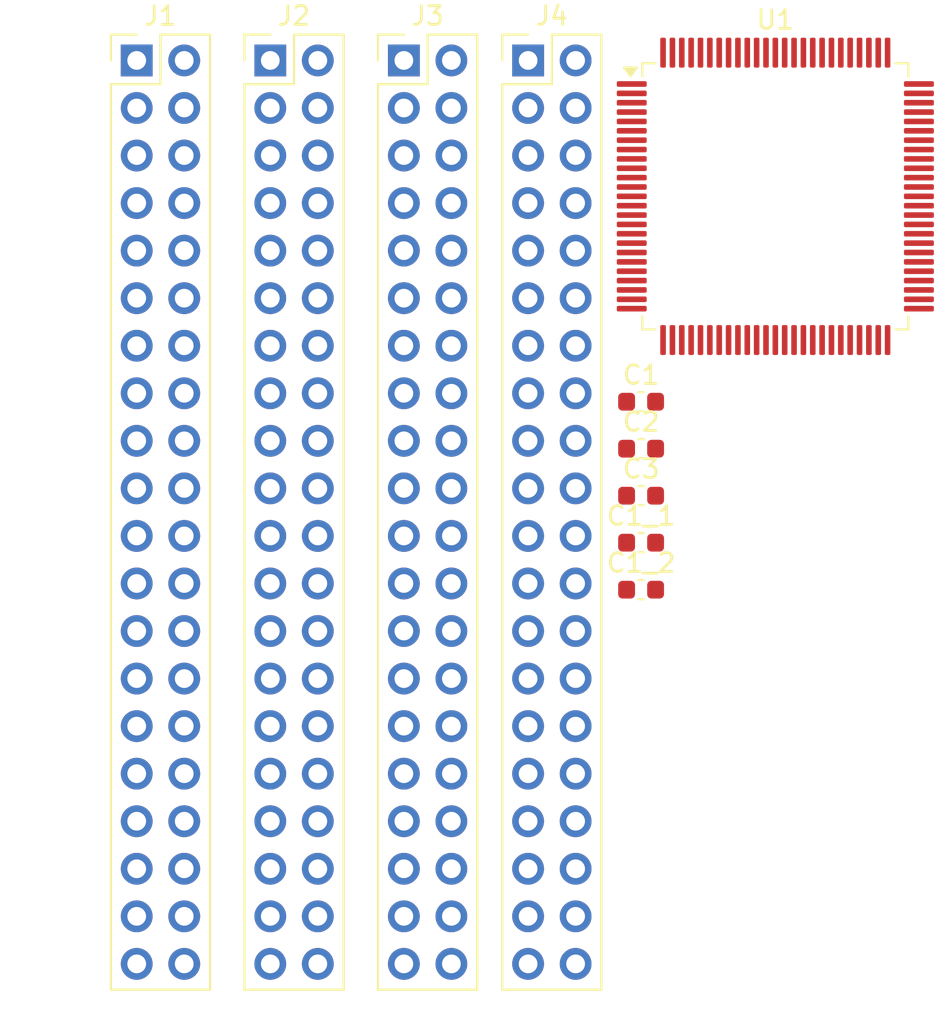
<source format=kicad_pcb>
(kicad_pcb (version 20241229) (generator "pcbnew") (generator_version "9.0")
  (layers (0 "F.Cu" signal) (2 "B.Cu" signal) (13 "F.Paste" user) (15 "B.Paste" user) (5 "F.SilkS" user "F.Silkscreen") (7 "B.SilkS" user "B.Silkscreen") (1 "F.Mask" user) (3 "B.Mask" user) (25 "Edge.Cuts" user))
  (net 0 "")
  (net 174 "Net-(U1-VCC[4]-Pad13)")
  (net 176 "Net-(U1-GND[4]-Pad14)")
  (footprint "Connector_PinHeader_2.54mm:PinHeader_2x20_P2.54mm_Vertical" (layer "F.Cu") (at 138.46 46.24)
    (property "Reference" "J4" (at 1.27 -2.38 0) (layer "F.SilkS"))
    (property "Value" "Conn_02x20_Odd_Even")
    (fp_line (start -1.38 -1.38) (end 0 -1.38) (stroke (width 0.12)) (layer "F.SilkS"))
    (fp_line (start -1.38 0) (end -1.38 -1.38) (stroke (width 0.12)) (layer "F.SilkS"))
    (fp_line (start -1.38 1.27) (end -1.38 49.64) (stroke (width 0.12)) (layer "F.SilkS"))
    (fp_line (start -1.38 1.27) (end 1.27 1.27) (stroke (width 0.12)) (layer "F.SilkS"))
    (fp_line (start -1.38 49.64) (end 3.92 49.64) (stroke (width 0.12)) (layer "F.SilkS"))
    (fp_line (start 1.27 -1.38) (end 3.92 -1.38) (stroke (width 0.12)) (layer "F.SilkS"))
    (fp_line (start 1.27 1.27) (end 1.27 -1.38) (stroke (width 0.12)) (layer "F.SilkS"))
    (fp_line (start 3.92 -1.38) (end 3.92 49.64) (stroke (width 0.12)) (layer "F.SilkS"))
    (pad "1" thru_hole rect (at 0 0) (size 1.7 1.7) (drill 1) (layers "*.Cu" "*.Mask"))
    (pad "2" thru_hole circle (at 2.54 0) (size 1.7 1.7) (drill 1) (layers "*.Cu" "*.Mask"))
    (pad "3" thru_hole circle (at 0 2.54) (size 1.7 1.7) (drill 1) (layers "*.Cu" "*.Mask"))
    (pad "4" thru_hole circle (at 2.54 2.54) (size 1.7 1.7) (drill 1) (layers "*.Cu" "*.Mask"))
    (pad "5" thru_hole circle (at 0 5.08) (size 1.7 1.7) (drill 1) (layers "*.Cu" "*.Mask"))
    (pad "6" thru_hole circle (at 2.54 5.08) (size 1.7 1.7) (drill 1) (layers "*.Cu" "*.Mask"))
    (pad "7" thru_hole circle (at 0 7.62) (size 1.7 1.7) (drill 1) (layers "*.Cu" "*.Mask"))
    (pad "8" thru_hole circle (at 2.54 7.62) (size 1.7 1.7) (drill 1) (layers "*.Cu" "*.Mask"))
    (pad "9" thru_hole circle (at 0 10.16) (size 1.7 1.7) (drill 1) (layers "*.Cu" "*.Mask"))
    (pad "10" thru_hole circle (at 2.54 10.16) (size 1.7 1.7) (drill 1) (layers "*.Cu" "*.Mask"))
    (pad "11" thru_hole circle (at 0 12.7) (size 1.7 1.7) (drill 1) (layers "*.Cu" "*.Mask"))
    (pad "12" thru_hole circle (at 2.54 12.7) (size 1.7 1.7) (drill 1) (layers "*.Cu" "*.Mask"))
    (pad "13" thru_hole circle (at 0 15.24) (size 1.7 1.7) (drill 1) (layers "*.Cu" "*.Mask"))
    (pad "14" thru_hole circle (at 2.54 15.24) (size 1.7 1.7) (drill 1) (layers "*.Cu" "*.Mask"))
    (pad "15" thru_hole circle (at 0 17.78) (size 1.7 1.7) (drill 1) (layers "*.Cu" "*.Mask"))
    (pad "16" thru_hole circle (at 2.54 17.78) (size 1.7 1.7) (drill 1) (layers "*.Cu" "*.Mask"))
    (pad "17" thru_hole circle (at 0 20.32) (size 1.7 1.7) (drill 1) (layers "*.Cu" "*.Mask"))
    (pad "18" thru_hole circle (at 2.54 20.32) (size 1.7 1.7) (drill 1) (layers "*.Cu" "*.Mask"))
    (pad "19" thru_hole circle (at 0 22.86) (size 1.7 1.7) (drill 1) (layers "*.Cu" "*.Mask"))
    (pad "20" thru_hole circle (at 2.54 22.86) (size 1.7 1.7) (drill 1) (layers "*.Cu" "*.Mask"))
    (pad "21" thru_hole circle (at 0 25.4) (size 1.7 1.7) (drill 1) (layers "*.Cu" "*.Mask"))
    (pad "22" thru_hole circle (at 2.54 25.4) (size 1.7 1.7) (drill 1) (layers "*.Cu" "*.Mask"))
    (pad "23" thru_hole circle (at 0 27.94) (size 1.7 1.7) (drill 1) (layers "*.Cu" "*.Mask"))
    (pad "24" thru_hole circle (at 2.54 27.94) (size 1.7 1.7) (drill 1) (layers "*.Cu" "*.Mask"))
    (pad "25" thru_hole circle (at 0 30.48) (size 1.7 1.7) (drill 1) (layers "*.Cu" "*.Mask"))
    (pad "26" thru_hole circle (at 2.54 30.48) (size 1.7 1.7) (drill 1) (layers "*.Cu" "*.Mask"))
    (pad "27" thru_hole circle (at 0 33.02) (size 1.7 1.7) (drill 1) (layers "*.Cu" "*.Mask"))
    (pad "28" thru_hole circle (at 2.54 33.02) (size 1.7 1.7) (drill 1) (layers "*.Cu" "*.Mask"))
    (pad "29" thru_hole circle (at 0 35.56) (size 1.7 1.7) (drill 1) (layers "*.Cu" "*.Mask"))
    (pad "30" thru_hole circle (at 2.54 35.56) (size 1.7 1.7) (drill 1) (layers "*.Cu" "*.Mask"))
    (pad "31" thru_hole circle (at 0 38.1) (size 1.7 1.7) (drill 1) (layers "*.Cu" "*.Mask"))
    (pad "32" thru_hole circle (at 2.54 38.1) (size 1.7 1.7) (drill 1) (layers "*.Cu" "*.Mask"))
    (pad "33" thru_hole circle (at 0 40.64) (size 1.7 1.7) (drill 1) (layers "*.Cu" "*.Mask"))
    (pad "34" thru_hole circle (at 2.54 40.64) (size 1.7 1.7) (drill 1) (layers "*.Cu" "*.Mask"))
    (pad "35" thru_hole circle (at 0 43.18) (size 1.7 1.7) (drill 1) (layers "*.Cu" "*.Mask"))
    (pad "36" thru_hole circle (at 2.54 43.18) (size 1.7 1.7) (drill 1) (layers "*.Cu" "*.Mask"))
    (pad "37" thru_hole circle (at 0 45.72) (size 1.7 1.7) (drill 1) (layers "*.Cu" "*.Mask"))
    (pad "38" thru_hole circle (at 2.54 45.72) (size 1.7 1.7) (drill 1) (layers "*.Cu" "*.Mask"))
    (pad "39" thru_hole circle (at 0 48.26) (size 1.7 1.7) (drill 1) (layers "*.Cu" "*.Mask"))
    (pad "40" thru_hole circle (at 2.54 48.26) (size 1.7 1.7) (drill 1) (layers "*.Cu" "*.Mask"))
  )
  (footprint "Connector_PinHeader_2.54mm:PinHeader_2x20_P2.54mm_Vertical" (layer "F.Cu") (at 117.54 46.24)
    (property "Reference" "J1" (at 1.27 -2.38 0) (layer "F.SilkS"))
    (property "Value" "Conn_02x20_Odd_Even")
    (fp_line (start -1.38 -1.38) (end 0 -1.38) (stroke (width 0.12)) (layer "F.SilkS"))
    (fp_line (start -1.38 0) (end -1.38 -1.38) (stroke (width 0.12)) (layer "F.SilkS"))
    (fp_line (start -1.38 1.27) (end -1.38 49.64) (stroke (width 0.12)) (layer "F.SilkS"))
    (fp_line (start -1.38 1.27) (end 1.27 1.27) (stroke (width 0.12)) (layer "F.SilkS"))
    (fp_line (start -1.38 49.64) (end 3.92 49.64) (stroke (width 0.12)) (layer "F.SilkS"))
    (fp_line (start 1.27 -1.38) (end 3.92 -1.38) (stroke (width 0.12)) (layer "F.SilkS"))
    (fp_line (start 1.27 1.27) (end 1.27 -1.38) (stroke (width 0.12)) (layer "F.SilkS"))
    (fp_line (start 3.92 -1.38) (end 3.92 49.64) (stroke (width 0.12)) (layer "F.SilkS"))
    (pad "1" thru_hole rect (at 0 0) (size 1.7 1.7) (drill 1) (layers "*.Cu" "*.Mask"))
    (pad "2" thru_hole circle (at 2.54 0) (size 1.7 1.7) (drill 1) (layers "*.Cu" "*.Mask"))
    (pad "3" thru_hole circle (at 0 2.54) (size 1.7 1.7) (drill 1) (layers "*.Cu" "*.Mask"))
    (pad "4" thru_hole circle (at 2.54 2.54) (size 1.7 1.7) (drill 1) (layers "*.Cu" "*.Mask"))
    (pad "5" thru_hole circle (at 0 5.08) (size 1.7 1.7) (drill 1) (layers "*.Cu" "*.Mask"))
    (pad "6" thru_hole circle (at 2.54 5.08) (size 1.7 1.7) (drill 1) (layers "*.Cu" "*.Mask"))
    (pad "7" thru_hole circle (at 0 7.62) (size 1.7 1.7) (drill 1) (layers "*.Cu" "*.Mask"))
    (pad "8" thru_hole circle (at 2.54 7.62) (size 1.7 1.7) (drill 1) (layers "*.Cu" "*.Mask"))
    (pad "9" thru_hole circle (at 0 10.16) (size 1.7 1.7) (drill 1) (layers "*.Cu" "*.Mask"))
    (pad "10" thru_hole circle (at 2.54 10.16) (size 1.7 1.7) (drill 1) (layers "*.Cu" "*.Mask"))
    (pad "11" thru_hole circle (at 0 12.7) (size 1.7 1.7) (drill 1) (layers "*.Cu" "*.Mask"))
    (pad "12" thru_hole circle (at 2.54 12.7) (size 1.7 1.7) (drill 1) (layers "*.Cu" "*.Mask"))
    (pad "13" thru_hole circle (at 0 15.24) (size 1.7 1.7) (drill 1) (layers "*.Cu" "*.Mask"))
    (pad "14" thru_hole circle (at 2.54 15.24) (size 1.7 1.7) (drill 1) (layers "*.Cu" "*.Mask"))
    (pad "15" thru_hole circle (at 0 17.78) (size 1.7 1.7) (drill 1) (layers "*.Cu" "*.Mask"))
    (pad "16" thru_hole circle (at 2.54 17.78) (size 1.7 1.7) (drill 1) (layers "*.Cu" "*.Mask"))
    (pad "17" thru_hole circle (at 0 20.32) (size 1.7 1.7) (drill 1) (layers "*.Cu" "*.Mask"))
    (pad "18" thru_hole circle (at 2.54 20.32) (size 1.7 1.7) (drill 1) (layers "*.Cu" "*.Mask"))
    (pad "19" thru_hole circle (at 0 22.86) (size 1.7 1.7) (drill 1) (layers "*.Cu" "*.Mask"))
    (pad "20" thru_hole circle (at 2.54 22.86) (size 1.7 1.7) (drill 1) (layers "*.Cu" "*.Mask"))
    (pad "21" thru_hole circle (at 0 25.4) (size 1.7 1.7) (drill 1) (layers "*.Cu" "*.Mask"))
    (pad "22" thru_hole circle (at 2.54 25.4) (size 1.7 1.7) (drill 1) (layers "*.Cu" "*.Mask"))
    (pad "23" thru_hole circle (at 0 27.94) (size 1.7 1.7) (drill 1) (layers "*.Cu" "*.Mask"))
    (pad "24" thru_hole circle (at 2.54 27.94) (size 1.7 1.7) (drill 1) (layers "*.Cu" "*.Mask"))
    (pad "25" thru_hole circle (at 0 30.48) (size 1.7 1.7) (drill 1) (layers "*.Cu" "*.Mask"))
    (pad "26" thru_hole circle (at 2.54 30.48) (size 1.7 1.7) (drill 1) (layers "*.Cu" "*.Mask"))
    (pad "27" thru_hole circle (at 0 33.02) (size 1.7 1.7) (drill 1) (layers "*.Cu" "*.Mask"))
    (pad "28" thru_hole circle (at 2.54 33.02) (size 1.7 1.7) (drill 1) (layers "*.Cu" "*.Mask"))
    (pad "29" thru_hole circle (at 0 35.56) (size 1.7 1.7) (drill 1) (layers "*.Cu" "*.Mask"))
    (pad "30" thru_hole circle (at 2.54 35.56) (size 1.7 1.7) (drill 1) (layers "*.Cu" "*.Mask"))
    (pad "31" thru_hole circle (at 0 38.1) (size 1.7 1.7) (drill 1) (layers "*.Cu" "*.Mask"))
    (pad "32" thru_hole circle (at 2.54 38.1) (size 1.7 1.7) (drill 1) (layers "*.Cu" "*.Mask"))
    (pad "33" thru_hole circle (at 0 40.64) (size 1.7 1.7) (drill 1) (layers "*.Cu" "*.Mask"))
    (pad "34" thru_hole circle (at 2.54 40.64) (size 1.7 1.7) (drill 1) (layers "*.Cu" "*.Mask"))
    (pad "35" thru_hole circle (at 0 43.18) (size 1.7 1.7) (drill 1) (layers "*.Cu" "*.Mask"))
    (pad "36" thru_hole circle (at 2.54 43.18) (size 1.7 1.7) (drill 1) (layers "*.Cu" "*.Mask"))
    (pad "37" thru_hole circle (at 0 45.72) (size 1.7 1.7) (drill 1) (layers "*.Cu" "*.Mask"))
    (pad "38" thru_hole circle (at 2.54 45.72) (size 1.7 1.7) (drill 1) (layers "*.Cu" "*.Mask"))
    (pad "39" thru_hole circle (at 0 48.26) (size 1.7 1.7) (drill 1) (layers "*.Cu" "*.Mask"))
    (pad "40" thru_hole circle (at 2.54 48.26) (size 1.7 1.7) (drill 1) (layers "*.Cu" "*.Mask"))
  )
  (footprint "Capacitor_SMD:C_0603_1608Metric" (layer "F.Cu") (at 144.5 66.98)
    (property "Reference" "C2" (at 0 -1.43 0) (layer "F.SilkS"))
    (property "Value" "0.1uF")
    (fp_line (start -0.14058 -0.51) (end 0.14058 -0.51) (stroke (width 0.12)) (layer "F.SilkS"))
    (fp_line (start -0.14058 0.51) (end 0.14058 0.51) (stroke (width 0.12)) (layer "F.SilkS"))
    (pad "1" smd roundrect (at -0.775 0) (size 0.9 0.95) (layers "F.Cu" "F.Mask" "F.Paste"))
    (pad "2" smd roundrect (at 0.775 0) (size 0.9 0.95) (layers "F.Cu" "F.Mask" "F.Paste"))
  )
  (footprint "Capacitor_SMD:C_0603_1608Metric" (layer "F.Cu") (at 144.5 64.47)
    (property "Reference" "C1" (at 0 -1.43 0) (layer "F.SilkS"))
    (property "Value" "0.1uF")
    (fp_line (start -0.14058 -0.51) (end 0.14058 -0.51) (stroke (width 0.12)) (layer "F.SilkS"))
    (fp_line (start -0.14058 0.51) (end 0.14058 0.51) (stroke (width 0.12)) (layer "F.SilkS"))
    (pad "1" smd roundrect (at -0.775 0) (size 0.9 0.95) (layers "F.Cu" "F.Mask" "F.Paste"))
    (pad "2" smd roundrect (at 0.775 0) (size 0.9 0.95) (layers "F.Cu" "F.Mask" "F.Paste"))
  )
  (footprint "Capacitor_SMD:C_0603_1608Metric" (layer "F.Cu") (at 144.5 69.49)
    (property "Reference" "C3" (at 0 -1.43 0) (layer "F.SilkS"))
    (property "Value" "0.1uF")
    (fp_line (start -0.14058 -0.51) (end 0.14058 -0.51) (stroke (width 0.12)) (layer "F.SilkS"))
    (fp_line (start -0.14058 0.51) (end 0.14058 0.51) (stroke (width 0.12)) (layer "F.SilkS"))
    (pad "1" smd roundrect (at -0.775 0) (size 0.9 0.95) (layers "F.Cu" "F.Mask" "F.Paste"))
    (pad "2" smd roundrect (at 0.775 0) (size 0.9 0.95) (layers "F.Cu" "F.Mask" "F.Paste"))
  )
  (footprint "Capacitor_SMD:C_0603_1608Metric" (layer "F.Cu") (at 144.5 74.51)
    (property "Reference" "C1_2" (at 0 -1.43 0) (layer "F.SilkS"))
    (property "Value" "0.1uF")
    (fp_line (start -0.14058 -0.51) (end 0.14058 -0.51) (stroke (width 0.12)) (layer "F.SilkS"))
    (fp_line (start -0.14058 0.51) (end 0.14058 0.51) (stroke (width 0.12)) (layer "F.SilkS"))
    (pad "1" smd roundrect (at -0.775 0) (size 0.9 0.95) (layers "F.Cu" "F.Mask" "F.Paste"))
    (pad "2" smd roundrect (at 0.775 0) (size 0.9 0.95) (layers "F.Cu" "F.Mask" "F.Paste"))
  )
  (footprint "Connector_PinHeader_2.54mm:PinHeader_2x20_P2.54mm_Vertical" (layer "F.Cu") (at 124.68 46.24)
    (property "Reference" "J2" (at 1.27 -2.38 0) (layer "F.SilkS"))
    (property "Value" "Conn_02x20_Odd_Even")
    (fp_line (start -1.38 -1.38) (end 0 -1.38) (stroke (width 0.12)) (layer "F.SilkS"))
    (fp_line (start -1.38 0) (end -1.38 -1.38) (stroke (width 0.12)) (layer "F.SilkS"))
    (fp_line (start -1.38 1.27) (end -1.38 49.64) (stroke (width 0.12)) (layer "F.SilkS"))
    (fp_line (start -1.38 1.27) (end 1.27 1.27) (stroke (width 0.12)) (layer "F.SilkS"))
    (fp_line (start -1.38 49.64) (end 3.92 49.64) (stroke (width 0.12)) (layer "F.SilkS"))
    (fp_line (start 1.27 -1.38) (end 3.92 -1.38) (stroke (width 0.12)) (layer "F.SilkS"))
    (fp_line (start 1.27 1.27) (end 1.27 -1.38) (stroke (width 0.12)) (layer "F.SilkS"))
    (fp_line (start 3.92 -1.38) (end 3.92 49.64) (stroke (width 0.12)) (layer "F.SilkS"))
    (pad "1" thru_hole rect (at 0 0) (size 1.7 1.7) (drill 1) (layers "*.Cu" "*.Mask"))
    (pad "2" thru_hole circle (at 2.54 0) (size 1.7 1.7) (drill 1) (layers "*.Cu" "*.Mask"))
    (pad "3" thru_hole circle (at 0 2.54) (size 1.7 1.7) (drill 1) (layers "*.Cu" "*.Mask"))
    (pad "4" thru_hole circle (at 2.54 2.54) (size 1.7 1.7) (drill 1) (layers "*.Cu" "*.Mask"))
    (pad "5" thru_hole circle (at 0 5.08) (size 1.7 1.7) (drill 1) (layers "*.Cu" "*.Mask"))
    (pad "6" thru_hole circle (at 2.54 5.08) (size 1.7 1.7) (drill 1) (layers "*.Cu" "*.Mask"))
    (pad "7" thru_hole circle (at 0 7.62) (size 1.7 1.7) (drill 1) (layers "*.Cu" "*.Mask"))
    (pad "8" thru_hole circle (at 2.54 7.62) (size 1.7 1.7) (drill 1) (layers "*.Cu" "*.Mask"))
    (pad "9" thru_hole circle (at 0 10.16) (size 1.7 1.7) (drill 1) (layers "*.Cu" "*.Mask"))
    (pad "10" thru_hole circle (at 2.54 10.16) (size 1.7 1.7) (drill 1) (layers "*.Cu" "*.Mask"))
    (pad "11" thru_hole circle (at 0 12.7) (size 1.7 1.7) (drill 1) (layers "*.Cu" "*.Mask"))
    (pad "12" thru_hole circle (at 2.54 12.7) (size 1.7 1.7) (drill 1) (layers "*.Cu" "*.Mask"))
    (pad "13" thru_hole circle (at 0 15.24) (size 1.7 1.7) (drill 1) (layers "*.Cu" "*.Mask"))
    (pad "14" thru_hole circle (at 2.54 15.24) (size 1.7 1.7) (drill 1) (layers "*.Cu" "*.Mask"))
    (pad "15" thru_hole circle (at 0 17.78) (size 1.7 1.7) (drill 1) (layers "*.Cu" "*.Mask"))
    (pad "16" thru_hole circle (at 2.54 17.78) (size 1.7 1.7) (drill 1) (layers "*.Cu" "*.Mask"))
    (pad "17" thru_hole circle (at 0 20.32) (size 1.7 1.7) (drill 1) (layers "*.Cu" "*.Mask"))
    (pad "18" thru_hole circle (at 2.54 20.32) (size 1.7 1.7) (drill 1) (layers "*.Cu" "*.Mask"))
    (pad "19" thru_hole circle (at 0 22.86) (size 1.7 1.7) (drill 1) (layers "*.Cu" "*.Mask"))
    (pad "20" thru_hole circle (at 2.54 22.86) (size 1.7 1.7) (drill 1) (layers "*.Cu" "*.Mask"))
    (pad "21" thru_hole circle (at 0 25.4) (size 1.7 1.7) (drill 1) (layers "*.Cu" "*.Mask"))
    (pad "22" thru_hole circle (at 2.54 25.4) (size 1.7 1.7) (drill 1) (layers "*.Cu" "*.Mask"))
    (pad "23" thru_hole circle (at 0 27.94) (size 1.7 1.7) (drill 1) (layers "*.Cu" "*.Mask"))
    (pad "24" thru_hole circle (at 2.54 27.94) (size 1.7 1.7) (drill 1) (layers "*.Cu" "*.Mask"))
    (pad "25" thru_hole circle (at 0 30.48) (size 1.7 1.7) (drill 1) (layers "*.Cu" "*.Mask"))
    (pad "26" thru_hole circle (at 2.54 30.48) (size 1.7 1.7) (drill 1) (layers "*.Cu" "*.Mask"))
    (pad "27" thru_hole circle (at 0 33.02) (size 1.7 1.7) (drill 1) (layers "*.Cu" "*.Mask"))
    (pad "28" thru_hole circle (at 2.54 33.02) (size 1.7 1.7) (drill 1) (layers "*.Cu" "*.Mask"))
    (pad "29" thru_hole circle (at 0 35.56) (size 1.7 1.7) (drill 1) (layers "*.Cu" "*.Mask"))
    (pad "30" thru_hole circle (at 2.54 35.56) (size 1.7 1.7) (drill 1) (layers "*.Cu" "*.Mask"))
    (pad "31" thru_hole circle (at 0 38.1) (size 1.7 1.7) (drill 1) (layers "*.Cu" "*.Mask"))
    (pad "32" thru_hole circle (at 2.54 38.1) (size 1.7 1.7) (drill 1) (layers "*.Cu" "*.Mask"))
    (pad "33" thru_hole circle (at 0 40.64) (size 1.7 1.7) (drill 1) (layers "*.Cu" "*.Mask"))
    (pad "34" thru_hole circle (at 2.54 40.64) (size 1.7 1.7) (drill 1) (layers "*.Cu" "*.Mask"))
    (pad "35" thru_hole circle (at 0 43.18) (size 1.7 1.7) (drill 1) (layers "*.Cu" "*.Mask"))
    (pad "36" thru_hole circle (at 2.54 43.18) (size 1.7 1.7) (drill 1) (layers "*.Cu" "*.Mask"))
    (pad "37" thru_hole circle (at 0 45.72) (size 1.7 1.7) (drill 1) (layers "*.Cu" "*.Mask"))
    (pad "38" thru_hole circle (at 2.54 45.72) (size 1.7 1.7) (drill 1) (layers "*.Cu" "*.Mask"))
    (pad "39" thru_hole circle (at 0 48.26) (size 1.7 1.7) (drill 1) (layers "*.Cu" "*.Mask"))
    (pad "40" thru_hole circle (at 2.54 48.26) (size 1.7 1.7) (drill 1) (layers "*.Cu" "*.Mask"))
  )
  (footprint "Package_QFP:LQFP-100_14x14mm_P0.5mm" (layer "F.Cu") (at 151.675 53.5)
    (property "Reference" "U1" (at 0 -9.43 0) (layer "F.SilkS"))
    (property "Value" "MatMulChip (auto)")
    (fp_line (start -7.11 -7.11) (end -7.11 -6.41) (stroke (width 0.12)) (layer "F.SilkS"))
    (fp_line (start -7.11 7.11) (end -7.11 6.41) (stroke (width 0.12)) (layer "F.SilkS"))
    (fp_line (start -6.41 -7.11) (end -7.11 -7.11) (stroke (width 0.12)) (layer "F.SilkS"))
    (fp_line (start -6.41 7.11) (end -7.11 7.11) (stroke (width 0.12)) (layer "F.SilkS"))
    (fp_line (start 6.41 -7.11) (end 7.11 -7.11) (stroke (width 0.12)) (layer "F.SilkS"))
    (fp_line (start 6.41 7.11) (end 7.11 7.11) (stroke (width 0.12)) (layer "F.SilkS"))
    (fp_line (start 7.11 -7.11) (end 7.11 -6.41) (stroke (width 0.12)) (layer "F.SilkS"))
    (fp_line (start 7.11 7.11) (end 7.11 6.41) (stroke (width 0.12)) (layer "F.SilkS"))
    (fp_poly (pts (xy -7.7375 -6.41) (xy -8.0775 -6.88) (xy -7.3975 -6.88)) (stroke (width 0.12)) (fill yes) (layer "F.SilkS"))
    (pad "1" smd roundrect (at -7.675 -6) (size 1.6 0.3) (layers "F.Cu" "F.Mask" "F.Paste"))
    (pad "2" smd roundrect (at -7.675 -5.5) (size 1.6 0.3) (layers "F.Cu" "F.Mask" "F.Paste"))
    (pad "3" smd roundrect (at -7.675 -5) (size 1.6 0.3) (layers "F.Cu" "F.Mask" "F.Paste"))
    (pad "4" smd roundrect (at -7.675 -4.5) (size 1.6 0.3) (layers "F.Cu" "F.Mask" "F.Paste"))
    (pad "5" smd roundrect (at -7.675 -4) (size 1.6 0.3) (layers "F.Cu" "F.Mask" "F.Paste"))
    (pad "6" smd roundrect (at -7.675 -3.5) (size 1.6 0.3) (layers "F.Cu" "F.Mask" "F.Paste"))
    (pad "7" smd roundrect (at -7.675 -3) (size 1.6 0.3) (layers "F.Cu" "F.Mask" "F.Paste"))
    (pad "8" smd roundrect (at -7.675 -2.5) (size 1.6 0.3) (layers "F.Cu" "F.Mask" "F.Paste"))
    (pad "9" smd roundrect (at -7.675 -2) (size 1.6 0.3) (layers "F.Cu" "F.Mask" "F.Paste"))
    (pad "10" smd roundrect (at -7.675 -1.5) (size 1.6 0.3) (layers "F.Cu" "F.Mask" "F.Paste"))
    (pad "11" smd roundrect (at -7.675 -1) (size 1.6 0.3) (layers "F.Cu" "F.Mask" "F.Paste"))
    (pad "12" smd roundrect (at -7.675 -0.5) (size 1.6 0.3) (layers "F.Cu" "F.Mask" "F.Paste"))
    (pad "13" smd roundrect (at -7.675 0) (size 1.6 0.3) (layers "F.Cu" "F.Mask" "F.Paste") (net 174 "Net-(U1-VCC[4]-Pad13)"))
    (pad "14" smd roundrect (at -7.675 0.5) (size 1.6 0.3) (layers "F.Cu" "F.Mask" "F.Paste") (net 176 "Net-(U1-GND[4]-Pad14)"))
    (pad "15" smd roundrect (at -7.675 1) (size 1.6 0.3) (layers "F.Cu" "F.Mask" "F.Paste") (net 174 "Net-(U1-VCC[4]-Pad13)"))
    (pad "16" smd roundrect (at -7.675 1.5) (size 1.6 0.3) (layers "F.Cu" "F.Mask" "F.Paste") (net 176 "Net-(U1-GND[4]-Pad14)"))
    (pad "17" smd roundrect (at -7.675 2) (size 1.6 0.3) (layers "F.Cu" "F.Mask" "F.Paste") (net 174 "Net-(U1-VCC[4]-Pad13)"))
    (pad "18" smd roundrect (at -7.675 2.5) (size 1.6 0.3) (layers "F.Cu" "F.Mask" "F.Paste") (net 176 "Net-(U1-GND[4]-Pad14)"))
    (pad "19" smd roundrect (at -7.675 3) (size 1.6 0.3) (layers "F.Cu" "F.Mask" "F.Paste") (net 174 "Net-(U1-VCC[4]-Pad13)"))
    (pad "20" smd roundrect (at -7.675 3.5) (size 1.6 0.3) (layers "F.Cu" "F.Mask" "F.Paste") (net 176 "Net-(U1-GND[4]-Pad14)"))
    (pad "21" smd roundrect (at -7.675 4) (size 1.6 0.3) (layers "F.Cu" "F.Mask" "F.Paste"))
    (pad "22" smd roundrect (at -7.675 4.5) (size 1.6 0.3) (layers "F.Cu" "F.Mask" "F.Paste"))
    (pad "23" smd roundrect (at -7.675 5) (size 1.6 0.3) (layers "F.Cu" "F.Mask" "F.Paste"))
    (pad "24" smd roundrect (at -7.675 5.5) (size 1.6 0.3) (layers "F.Cu" "F.Mask" "F.Paste"))
    (pad "25" smd roundrect (at -7.675 6) (size 1.6 0.3) (layers "F.Cu" "F.Mask" "F.Paste"))
    (pad "26" smd roundrect (at -6 7.675) (size 0.3 1.6) (layers "F.Cu" "F.Mask" "F.Paste"))
    (pad "27" smd roundrect (at -5.5 7.675) (size 0.3 1.6) (layers "F.Cu" "F.Mask" "F.Paste"))
    (pad "28" smd roundrect (at -5 7.675) (size 0.3 1.6) (layers "F.Cu" "F.Mask" "F.Paste"))
    (pad "29" smd roundrect (at -4.5 7.675) (size 0.3 1.6) (layers "F.Cu" "F.Mask" "F.Paste"))
    (pad "30" smd roundrect (at -4 7.675) (size 0.3 1.6) (layers "F.Cu" "F.Mask" "F.Paste"))
    (pad "31" smd roundrect (at -3.5 7.675) (size 0.3 1.6) (layers "F.Cu" "F.Mask" "F.Paste"))
    (pad "32" smd roundrect (at -3 7.675) (size 0.3 1.6) (layers "F.Cu" "F.Mask" "F.Paste"))
    (pad "33" smd roundrect (at -2.5 7.675) (size 0.3 1.6) (layers "F.Cu" "F.Mask" "F.Paste"))
    (pad "34" smd roundrect (at -2 7.675) (size 0.3 1.6) (layers "F.Cu" "F.Mask" "F.Paste"))
    (pad "35" smd roundrect (at -1.5 7.675) (size 0.3 1.6) (layers "F.Cu" "F.Mask" "F.Paste"))
    (pad "36" smd roundrect (at -1 7.675) (size 0.3 1.6) (layers "F.Cu" "F.Mask" "F.Paste"))
    (pad "37" smd roundrect (at -0.5 7.675) (size 0.3 1.6) (layers "F.Cu" "F.Mask" "F.Paste"))
    (pad "38" smd roundrect (at 0 7.675) (size 0.3 1.6) (layers "F.Cu" "F.Mask" "F.Paste"))
    (pad "39" smd roundrect (at 0.5 7.675) (size 0.3 1.6) (layers "F.Cu" "F.Mask" "F.Paste"))
    (pad "40" smd roundrect (at 1 7.675) (size 0.3 1.6) (layers "F.Cu" "F.Mask" "F.Paste"))
    (pad "41" smd roundrect (at 1.5 7.675) (size 0.3 1.6) (layers "F.Cu" "F.Mask" "F.Paste"))
    (pad "42" smd roundrect (at 2 7.675) (size 0.3 1.6) (layers "F.Cu" "F.Mask" "F.Paste"))
    (pad "43" smd roundrect (at 2.5 7.675) (size 0.3 1.6) (layers "F.Cu" "F.Mask" "F.Paste"))
    (pad "44" smd roundrect (at 3 7.675) (size 0.3 1.6) (layers "F.Cu" "F.Mask" "F.Paste"))
    (pad "45" smd roundrect (at 3.5 7.675) (size 0.3 1.6) (layers "F.Cu" "F.Mask" "F.Paste"))
    (pad "46" smd roundrect (at 4 7.675) (size 0.3 1.6) (layers "F.Cu" "F.Mask" "F.Paste"))
    (pad "47" smd roundrect (at 4.5 7.675) (size 0.3 1.6) (layers "F.Cu" "F.Mask" "F.Paste"))
    (pad "48" smd roundrect (at 5 7.675) (size 0.3 1.6) (layers "F.Cu" "F.Mask" "F.Paste"))
    (pad "49" smd roundrect (at 5.5 7.675) (size 0.3 1.6) (layers "F.Cu" "F.Mask" "F.Paste"))
    (pad "50" smd roundrect (at 6 7.675) (size 0.3 1.6) (layers "F.Cu" "F.Mask" "F.Paste"))
    (pad "51" smd roundrect (at 7.675 6) (size 1.6 0.3) (layers "F.Cu" "F.Mask" "F.Paste"))
    (pad "52" smd roundrect (at 7.675 5.5) (size 1.6 0.3) (layers "F.Cu" "F.Mask" "F.Paste"))
    (pad "53" smd roundrect (at 7.675 5) (size 1.6 0.3) (layers "F.Cu" "F.Mask" "F.Paste"))
    (pad "54" smd roundrect (at 7.675 4.5) (size 1.6 0.3) (layers "F.Cu" "F.Mask" "F.Paste"))
    (pad "55" smd roundrect (at 7.675 4) (size 1.6 0.3) (layers "F.Cu" "F.Mask" "F.Paste"))
    (pad "56" smd roundrect (at 7.675 3.5) (size 1.6 0.3) (layers "F.Cu" "F.Mask" "F.Paste"))
    (pad "57" smd roundrect (at 7.675 3) (size 1.6 0.3) (layers "F.Cu" "F.Mask" "F.Paste"))
    (pad "58" smd roundrect (at 7.675 2.5) (size 1.6 0.3) (layers "F.Cu" "F.Mask" "F.Paste"))
    (pad "59" smd roundrect (at 7.675 2) (size 1.6 0.3) (layers "F.Cu" "F.Mask" "F.Paste"))
    (pad "60" smd roundrect (at 7.675 1.5) (size 1.6 0.3) (layers "F.Cu" "F.Mask" "F.Paste"))
    (pad "61" smd roundrect (at 7.675 1) (size 1.6 0.3) (layers "F.Cu" "F.Mask" "F.Paste"))
    (pad "62" smd roundrect (at 7.675 0.5) (size 1.6 0.3) (layers "F.Cu" "F.Mask" "F.Paste"))
    (pad "63" smd roundrect (at 7.675 0) (size 1.6 0.3) (layers "F.Cu" "F.Mask" "F.Paste"))
    (pad "64" smd roundrect (at 7.675 -0.5) (size 1.6 0.3) (layers "F.Cu" "F.Mask" "F.Paste"))
    (pad "65" smd roundrect (at 7.675 -1) (size 1.6 0.3) (layers "F.Cu" "F.Mask" "F.Paste"))
    (pad "66" smd roundrect (at 7.675 -1.5) (size 1.6 0.3) (layers "F.Cu" "F.Mask" "F.Paste"))
    (pad "67" smd roundrect (at 7.675 -2) (size 1.6 0.3) (layers "F.Cu" "F.Mask" "F.Paste"))
    (pad "68" smd roundrect (at 7.675 -2.5) (size 1.6 0.3) (layers "F.Cu" "F.Mask" "F.Paste"))
    (pad "69" smd roundrect (at 7.675 -3) (size 1.6 0.3) (layers "F.Cu" "F.Mask" "F.Paste"))
    (pad "70" smd roundrect (at 7.675 -3.5) (size 1.6 0.3) (layers "F.Cu" "F.Mask" "F.Paste"))
    (pad "71" smd roundrect (at 7.675 -4) (size 1.6 0.3) (layers "F.Cu" "F.Mask" "F.Paste"))
    (pad "72" smd roundrect (at 7.675 -4.5) (size 1.6 0.3) (layers "F.Cu" "F.Mask" "F.Paste"))
    (pad "73" smd roundrect (at 7.675 -5) (size 1.6 0.3) (layers "F.Cu" "F.Mask" "F.Paste"))
    (pad "74" smd roundrect (at 7.675 -5.5) (size 1.6 0.3) (layers "F.Cu" "F.Mask" "F.Paste"))
    (pad "75" smd roundrect (at 7.675 -6) (size 1.6 0.3) (layers "F.Cu" "F.Mask" "F.Paste"))
    (pad "76" smd roundrect (at 6 -7.675) (size 0.3 1.6) (layers "F.Cu" "F.Mask" "F.Paste"))
    (pad "77" smd roundrect (at 5.5 -7.675) (size 0.3 1.6) (layers "F.Cu" "F.Mask" "F.Paste"))
    (pad "78" smd roundrect (at 5 -7.675) (size 0.3 1.6) (layers "F.Cu" "F.Mask" "F.Paste"))
    (pad "79" smd roundrect (at 4.5 -7.675) (size 0.3 1.6) (layers "F.Cu" "F.Mask" "F.Paste"))
    (pad "80" smd roundrect (at 4 -7.675) (size 0.3 1.6) (layers "F.Cu" "F.Mask" "F.Paste"))
    (pad "81" smd roundrect (at 3.5 -7.675) (size 0.3 1.6) (layers "F.Cu" "F.Mask" "F.Paste"))
    (pad "82" smd roundrect (at 3 -7.675) (size 0.3 1.6) (layers "F.Cu" "F.Mask" "F.Paste"))
    (pad "83" smd roundrect (at 2.5 -7.675) (size 0.3 1.6) (layers "F.Cu" "F.Mask" "F.Paste"))
    (pad "84" smd roundrect (at 2 -7.675) (size 0.3 1.6) (layers "F.Cu" "F.Mask" "F.Paste"))
    (pad "85" smd roundrect (at 1.5 -7.675) (size 0.3 1.6) (layers "F.Cu" "F.Mask" "F.Paste"))
    (pad "86" smd roundrect (at 1 -7.675) (size 0.3 1.6) (layers "F.Cu" "F.Mask" "F.Paste"))
    (pad "87" smd roundrect (at 0.5 -7.675) (size 0.3 1.6) (layers "F.Cu" "F.Mask" "F.Paste"))
    (pad "88" smd roundrect (at 0 -7.675) (size 0.3 1.6) (layers "F.Cu" "F.Mask" "F.Paste"))
    (pad "89" smd roundrect (at -0.5 -7.675) (size 0.3 1.6) (layers "F.Cu" "F.Mask" "F.Paste"))
    (pad "90" smd roundrect (at -1 -7.675) (size 0.3 1.6) (layers "F.Cu" "F.Mask" "F.Paste"))
    (pad "91" smd roundrect (at -1.5 -7.675) (size 0.3 1.6) (layers "F.Cu" "F.Mask" "F.Paste"))
    (pad "92" smd roundrect (at -2 -7.675) (size 0.3 1.6) (layers "F.Cu" "F.Mask" "F.Paste"))
    (pad "93" smd roundrect (at -2.5 -7.675) (size 0.3 1.6) (layers "F.Cu" "F.Mask" "F.Paste"))
    (pad "94" smd roundrect (at -3 -7.675) (size 0.3 1.6) (layers "F.Cu" "F.Mask" "F.Paste"))
    (pad "95" smd roundrect (at -3.5 -7.675) (size 0.3 1.6) (layers "F.Cu" "F.Mask" "F.Paste"))
    (pad "96" smd roundrect (at -4 -7.675) (size 0.3 1.6) (layers "F.Cu" "F.Mask" "F.Paste"))
    (pad "97" smd roundrect (at -4.5 -7.675) (size 0.3 1.6) (layers "F.Cu" "F.Mask" "F.Paste"))
    (pad "98" smd roundrect (at -5 -7.675) (size 0.3 1.6) (layers "F.Cu" "F.Mask" "F.Paste"))
    (pad "99" smd roundrect (at -5.5 -7.675) (size 0.3 1.6) (layers "F.Cu" "F.Mask" "F.Paste"))
    (pad "100" smd roundrect (at -6 -7.675) (size 0.3 1.6) (layers "F.Cu" "F.Mask" "F.Paste"))
  )
  (footprint "Connector_PinHeader_2.54mm:PinHeader_2x20_P2.54mm_Vertical" (layer "F.Cu") (at 131.82 46.24)
    (property "Reference" "J3" (at 1.27 -2.38 0) (layer "F.SilkS"))
    (property "Value" "Conn_02x20_Odd_Even")
    (fp_line (start -1.38 -1.38) (end 0 -1.38) (stroke (width 0.12)) (layer "F.SilkS"))
    (fp_line (start -1.38 0) (end -1.38 -1.38) (stroke (width 0.12)) (layer "F.SilkS"))
    (fp_line (start -1.38 1.27) (end -1.38 49.64) (stroke (width 0.12)) (layer "F.SilkS"))
    (fp_line (start -1.38 1.27) (end 1.27 1.27) (stroke (width 0.12)) (layer "F.SilkS"))
    (fp_line (start -1.38 49.64) (end 3.92 49.64) (stroke (width 0.12)) (layer "F.SilkS"))
    (fp_line (start 1.27 -1.38) (end 3.92 -1.38) (stroke (width 0.12)) (layer "F.SilkS"))
    (fp_line (start 1.27 1.27) (end 1.27 -1.38) (stroke (width 0.12)) (layer "F.SilkS"))
    (fp_line (start 3.92 -1.38) (end 3.92 49.64) (stroke (width 0.12)) (layer "F.SilkS"))
    (pad "1" thru_hole rect (at 0 0) (size 1.7 1.7) (drill 1) (layers "*.Cu" "*.Mask"))
    (pad "2" thru_hole circle (at 2.54 0) (size 1.7 1.7) (drill 1) (layers "*.Cu" "*.Mask"))
    (pad "3" thru_hole circle (at 0 2.54) (size 1.7 1.7) (drill 1) (layers "*.Cu" "*.Mask"))
    (pad "4" thru_hole circle (at 2.54 2.54) (size 1.7 1.7) (drill 1) (layers "*.Cu" "*.Mask"))
    (pad "5" thru_hole circle (at 0 5.08) (size 1.7 1.7) (drill 1) (layers "*.Cu" "*.Mask"))
    (pad "6" thru_hole circle (at 2.54 5.08) (size 1.7 1.7) (drill 1) (layers "*.Cu" "*.Mask"))
    (pad "7" thru_hole circle (at 0 7.62) (size 1.7 1.7) (drill 1) (layers "*.Cu" "*.Mask"))
    (pad "8" thru_hole circle (at 2.54 7.62) (size 1.7 1.7) (drill 1) (layers "*.Cu" "*.Mask"))
    (pad "9" thru_hole circle (at 0 10.16) (size 1.7 1.7) (drill 1) (layers "*.Cu" "*.Mask"))
    (pad "10" thru_hole circle (at 2.54 10.16) (size 1.7 1.7) (drill 1) (layers "*.Cu" "*.Mask"))
    (pad "11" thru_hole circle (at 0 12.7) (size 1.7 1.7) (drill 1) (layers "*.Cu" "*.Mask"))
    (pad "12" thru_hole circle (at 2.54 12.7) (size 1.7 1.7) (drill 1) (layers "*.Cu" "*.Mask"))
    (pad "13" thru_hole circle (at 0 15.24) (size 1.7 1.7) (drill 1) (layers "*.Cu" "*.Mask"))
    (pad "14" thru_hole circle (at 2.54 15.24) (size 1.7 1.7) (drill 1) (layers "*.Cu" "*.Mask"))
    (pad "15" thru_hole circle (at 0 17.78) (size 1.7 1.7) (drill 1) (layers "*.Cu" "*.Mask"))
    (pad "16" thru_hole circle (at 2.54 17.78) (size 1.7 1.7) (drill 1) (layers "*.Cu" "*.Mask"))
    (pad "17" thru_hole circle (at 0 20.32) (size 1.7 1.7) (drill 1) (layers "*.Cu" "*.Mask"))
    (pad "18" thru_hole circle (at 2.54 20.32) (size 1.7 1.7) (drill 1) (layers "*.Cu" "*.Mask"))
    (pad "19" thru_hole circle (at 0 22.86) (size 1.7 1.7) (drill 1) (layers "*.Cu" "*.Mask"))
    (pad "20" thru_hole circle (at 2.54 22.86) (size 1.7 1.7) (drill 1) (layers "*.Cu" "*.Mask"))
    (pad "21" thru_hole circle (at 0 25.4) (size 1.7 1.7) (drill 1) (layers "*.Cu" "*.Mask"))
    (pad "22" thru_hole circle (at 2.54 25.4) (size 1.7 1.7) (drill 1) (layers "*.Cu" "*.Mask"))
    (pad "23" thru_hole circle (at 0 27.94) (size 1.7 1.7) (drill 1) (layers "*.Cu" "*.Mask"))
    (pad "24" thru_hole circle (at 2.54 27.94) (size 1.7 1.7) (drill 1) (layers "*.Cu" "*.Mask"))
    (pad "25" thru_hole circle (at 0 30.48) (size 1.7 1.7) (drill 1) (layers "*.Cu" "*.Mask"))
    (pad "26" thru_hole circle (at 2.54 30.48) (size 1.7 1.7) (drill 1) (layers "*.Cu" "*.Mask"))
    (pad "27" thru_hole circle (at 0 33.02) (size 1.7 1.7) (drill 1) (layers "*.Cu" "*.Mask"))
    (pad "28" thru_hole circle (at 2.54 33.02) (size 1.7 1.7) (drill 1) (layers "*.Cu" "*.Mask"))
    (pad "29" thru_hole circle (at 0 35.56) (size 1.7 1.7) (drill 1) (layers "*.Cu" "*.Mask"))
    (pad "30" thru_hole circle (at 2.54 35.56) (size 1.7 1.7) (drill 1) (layers "*.Cu" "*.Mask"))
    (pad "31" thru_hole circle (at 0 38.1) (size 1.7 1.7) (drill 1) (layers "*.Cu" "*.Mask"))
    (pad "32" thru_hole circle (at 2.54 38.1) (size 1.7 1.7) (drill 1) (layers "*.Cu" "*.Mask"))
    (pad "33" thru_hole circle (at 0 40.64) (size 1.7 1.7) (drill 1) (layers "*.Cu" "*.Mask"))
    (pad "34" thru_hole circle (at 2.54 40.64) (size 1.7 1.7) (drill 1) (layers "*.Cu" "*.Mask"))
    (pad "35" thru_hole circle (at 0 43.18) (size 1.7 1.7) (drill 1) (layers "*.Cu" "*.Mask"))
    (pad "36" thru_hole circle (at 2.54 43.18) (size 1.7 1.7) (drill 1) (layers "*.Cu" "*.Mask"))
    (pad "37" thru_hole circle (at 0 45.72) (size 1.7 1.7) (drill 1) (layers "*.Cu" "*.Mask"))
    (pad "38" thru_hole circle (at 2.54 45.72) (size 1.7 1.7) (drill 1) (layers "*.Cu" "*.Mask"))
    (pad "39" thru_hole circle (at 0 48.26) (size 1.7 1.7) (drill 1) (layers "*.Cu" "*.Mask"))
    (pad "40" thru_hole circle (at 2.54 48.26) (size 1.7 1.7) (drill 1) (layers "*.Cu" "*.Mask"))
  )
  (footprint "Capacitor_SMD:C_0603_1608Metric" (layer "F.Cu") (at 144.5 72)
    (property "Reference" "C1_1" (at 0 -1.43 0) (layer "F.SilkS"))
    (property "Value" "0.1uF")
    (fp_line (start -0.14058 -0.51) (end 0.14058 -0.51) (stroke (width 0.12)) (layer "F.SilkS"))
    (fp_line (start -0.14058 0.51) (end 0.14058 0.51) (stroke (width 0.12)) (layer "F.SilkS"))
    (pad "1" smd roundrect (at -0.775 0) (size 0.9 0.95) (layers "F.Cu" "F.Mask" "F.Paste"))
    (pad "2" smd roundrect (at 0.775 0) (size 0.9 0.95) (layers "F.Cu" "F.Mask" "F.Paste"))
  )
)
</source>
